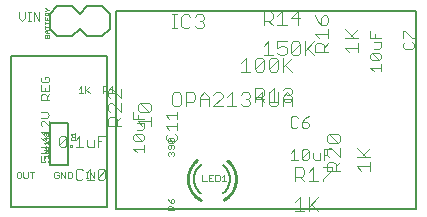
<source format=gto>
G75*
%MOIN*%
%OFA0B0*%
%FSLAX25Y25*%
%IPPOS*%
%LPD*%
%AMOC8*
5,1,8,0,0,1.08239X$1,22.5*
%
%ADD10C,0.00300*%
%ADD11C,0.00200*%
%ADD12C,0.00600*%
%ADD13C,0.01000*%
%ADD14C,0.00500*%
%ADD15C,0.00400*%
%ADD16C,0.00800*%
%ADD17C,0.00100*%
D10*
X0024638Y0015922D02*
X0025255Y0015305D01*
X0026489Y0015305D01*
X0027106Y0015922D01*
X0028321Y0015305D02*
X0030789Y0015305D01*
X0029555Y0015305D02*
X0029555Y0019008D01*
X0028321Y0017774D01*
X0027106Y0018391D02*
X0026489Y0019008D01*
X0025255Y0019008D01*
X0024638Y0018391D01*
X0024638Y0015922D01*
X0032004Y0015922D02*
X0034473Y0018391D01*
X0034473Y0015922D01*
X0033855Y0015305D01*
X0032621Y0015305D01*
X0032004Y0015922D01*
X0032004Y0018391D01*
X0032621Y0019008D01*
X0033855Y0019008D01*
X0034473Y0018391D01*
X0043767Y0025689D02*
X0045001Y0024454D01*
X0043767Y0025689D02*
X0047470Y0025689D01*
X0047470Y0026923D02*
X0047470Y0024454D01*
X0046852Y0028138D02*
X0044384Y0028138D01*
X0043767Y0028755D01*
X0043767Y0029989D01*
X0044384Y0030606D01*
X0046852Y0028138D01*
X0047470Y0028755D01*
X0047470Y0029989D01*
X0046852Y0030606D01*
X0044384Y0030606D01*
X0045001Y0031821D02*
X0046852Y0031821D01*
X0047470Y0032438D01*
X0047470Y0034289D01*
X0045001Y0034289D01*
X0045618Y0035504D02*
X0045618Y0036738D01*
X0043767Y0035504D02*
X0043767Y0037973D01*
X0043767Y0035504D02*
X0047470Y0035504D01*
X0054692Y0036738D02*
X0058395Y0036738D01*
X0058395Y0035504D02*
X0058395Y0037973D01*
X0055926Y0035504D02*
X0054692Y0036738D01*
X0058395Y0034289D02*
X0058395Y0031821D01*
X0057778Y0030606D02*
X0058395Y0029989D01*
X0058395Y0028755D01*
X0057778Y0028138D01*
X0055309Y0028138D01*
X0054692Y0028755D01*
X0054692Y0029989D01*
X0055309Y0030606D01*
X0055926Y0031821D02*
X0054692Y0033055D01*
X0058395Y0033055D01*
X0034473Y0029933D02*
X0032004Y0029933D01*
X0032004Y0026230D01*
X0030789Y0026230D02*
X0030789Y0028699D01*
X0032004Y0028082D02*
X0033238Y0028082D01*
X0030789Y0026230D02*
X0028938Y0026230D01*
X0028321Y0026848D01*
X0028321Y0028699D01*
X0025872Y0029933D02*
X0025872Y0026230D01*
X0024638Y0026230D02*
X0027106Y0026230D01*
X0023413Y0026230D02*
X0022796Y0026230D01*
X0022796Y0026848D01*
X0023413Y0026848D01*
X0023413Y0026230D01*
X0021582Y0026848D02*
X0020964Y0026230D01*
X0019730Y0026230D01*
X0019113Y0026848D01*
X0021582Y0029316D01*
X0021582Y0026848D01*
X0019113Y0026848D02*
X0019113Y0029316D01*
X0019730Y0029933D01*
X0020964Y0029933D01*
X0021582Y0029316D01*
X0024638Y0028699D02*
X0025872Y0029933D01*
X0012596Y0068250D02*
X0012596Y0071152D01*
X0010661Y0071152D02*
X0012596Y0068250D01*
X0010661Y0068250D02*
X0010661Y0071152D01*
X0009664Y0071152D02*
X0008697Y0071152D01*
X0009180Y0071152D02*
X0009180Y0068250D01*
X0008697Y0068250D02*
X0009664Y0068250D01*
X0007685Y0069217D02*
X0006717Y0068250D01*
X0005750Y0069217D01*
X0005750Y0071152D01*
X0007685Y0071152D02*
X0007685Y0069217D01*
X0096313Y0035781D02*
X0096313Y0033312D01*
X0096930Y0032695D01*
X0098165Y0032695D01*
X0098782Y0033312D01*
X0099996Y0033312D02*
X0100613Y0032695D01*
X0101848Y0032695D01*
X0102465Y0033312D01*
X0102465Y0033929D01*
X0101848Y0034546D01*
X0099996Y0034546D01*
X0099996Y0033312D01*
X0099996Y0034546D02*
X0101231Y0035781D01*
X0102465Y0036398D01*
X0098782Y0035781D02*
X0098165Y0036398D01*
X0096930Y0036398D01*
X0096313Y0035781D01*
X0097547Y0025473D02*
X0097547Y0021770D01*
X0096313Y0021770D02*
X0098782Y0021770D01*
X0099996Y0022387D02*
X0102465Y0024856D01*
X0102465Y0022387D01*
X0101848Y0021770D01*
X0100613Y0021770D01*
X0099996Y0022387D01*
X0099996Y0024856D01*
X0100613Y0025473D01*
X0101848Y0025473D01*
X0102465Y0024856D01*
X0103679Y0024238D02*
X0103679Y0022387D01*
X0104296Y0021770D01*
X0106148Y0021770D01*
X0106148Y0024238D01*
X0107362Y0023621D02*
X0108597Y0023621D01*
X0107362Y0021770D02*
X0107362Y0025473D01*
X0109831Y0025473D01*
X0097547Y0025473D02*
X0096313Y0024238D01*
X0124001Y0051454D02*
X0122767Y0052689D01*
X0126470Y0052689D01*
X0126470Y0053923D02*
X0126470Y0051454D01*
X0125852Y0055138D02*
X0123384Y0055138D01*
X0122767Y0055755D01*
X0122767Y0056989D01*
X0123384Y0057606D01*
X0125852Y0055138D01*
X0126470Y0055755D01*
X0126470Y0056989D01*
X0125852Y0057606D01*
X0123384Y0057606D01*
X0124001Y0058821D02*
X0125852Y0058821D01*
X0126470Y0059438D01*
X0126470Y0061289D01*
X0124001Y0061289D01*
X0124618Y0062504D02*
X0124618Y0063738D01*
X0122767Y0062504D02*
X0122767Y0064973D01*
X0122767Y0062504D02*
X0126470Y0062504D01*
X0133692Y0062504D02*
X0133692Y0064973D01*
X0134309Y0064973D01*
X0136778Y0062504D01*
X0137395Y0062504D01*
X0136778Y0061289D02*
X0137395Y0060672D01*
X0137395Y0059438D01*
X0136778Y0058821D01*
X0134309Y0058821D01*
X0133692Y0059438D01*
X0133692Y0060672D01*
X0134309Y0061289D01*
D11*
X0057500Y0028721D02*
X0057500Y0027987D01*
X0057133Y0027620D01*
X0055665Y0029088D01*
X0057133Y0029088D01*
X0057500Y0028721D01*
X0055665Y0029088D02*
X0055298Y0028721D01*
X0055298Y0027987D01*
X0055665Y0027620D01*
X0057133Y0027620D01*
X0057133Y0026878D02*
X0055665Y0026878D01*
X0055298Y0026511D01*
X0055298Y0025777D01*
X0055665Y0025410D01*
X0056032Y0025410D01*
X0056399Y0025777D01*
X0056399Y0026878D01*
X0057133Y0026878D02*
X0057500Y0026511D01*
X0057500Y0025777D01*
X0057133Y0025410D01*
X0057133Y0024668D02*
X0056766Y0024668D01*
X0056399Y0024301D01*
X0056399Y0023934D01*
X0056399Y0024301D02*
X0056032Y0024668D01*
X0055665Y0024668D01*
X0055298Y0024301D01*
X0055298Y0023567D01*
X0055665Y0023200D01*
X0057133Y0023200D02*
X0057500Y0023567D01*
X0057500Y0024301D01*
X0057133Y0024668D01*
X0066860Y0017002D02*
X0066860Y0014800D01*
X0068328Y0014800D01*
X0069070Y0014800D02*
X0070538Y0014800D01*
X0071280Y0014800D02*
X0072381Y0014800D01*
X0072748Y0015167D01*
X0072748Y0016635D01*
X0072381Y0017002D01*
X0071280Y0017002D01*
X0071280Y0014800D01*
X0069804Y0015901D02*
X0069070Y0015901D01*
X0069070Y0017002D02*
X0069070Y0014800D01*
X0069070Y0017002D02*
X0070538Y0017002D01*
X0073490Y0016268D02*
X0074224Y0017002D01*
X0074224Y0014800D01*
X0073490Y0014800D02*
X0074958Y0014800D01*
X0057500Y0008511D02*
X0057500Y0007777D01*
X0057133Y0007410D01*
X0056399Y0007410D01*
X0056399Y0008511D01*
X0056766Y0008878D01*
X0057133Y0008878D01*
X0057500Y0008511D01*
X0056399Y0007410D02*
X0055665Y0008144D01*
X0055298Y0008878D01*
X0055665Y0006668D02*
X0055298Y0006301D01*
X0055298Y0005200D01*
X0057500Y0005200D01*
X0056766Y0005200D02*
X0056766Y0006301D01*
X0056399Y0006668D01*
X0055665Y0006668D01*
X0056766Y0005934D02*
X0057500Y0006668D01*
X0030958Y0015800D02*
X0030958Y0018002D01*
X0029490Y0018002D02*
X0030958Y0015800D01*
X0029490Y0015800D02*
X0029490Y0018002D01*
X0028751Y0018002D02*
X0028017Y0018002D01*
X0028384Y0018002D02*
X0028384Y0015800D01*
X0028017Y0015800D02*
X0028751Y0015800D01*
X0023458Y0016167D02*
X0023458Y0017635D01*
X0023091Y0018002D01*
X0021990Y0018002D01*
X0021990Y0015800D01*
X0023091Y0015800D01*
X0023458Y0016167D01*
X0021248Y0015800D02*
X0021248Y0018002D01*
X0019780Y0018002D02*
X0021248Y0015800D01*
X0019780Y0015800D02*
X0019780Y0018002D01*
X0019038Y0017635D02*
X0018671Y0018002D01*
X0017937Y0018002D01*
X0017570Y0017635D01*
X0017570Y0016167D01*
X0017937Y0015800D01*
X0018671Y0015800D01*
X0019038Y0016167D01*
X0019038Y0016901D01*
X0018304Y0016901D01*
X0010958Y0018002D02*
X0009490Y0018002D01*
X0010224Y0018002D02*
X0010224Y0015800D01*
X0008748Y0016167D02*
X0008748Y0018002D01*
X0007280Y0018002D02*
X0007280Y0016167D01*
X0007647Y0015800D01*
X0008381Y0015800D01*
X0008748Y0016167D01*
X0006538Y0016167D02*
X0006538Y0017635D01*
X0006171Y0018002D01*
X0005437Y0018002D01*
X0005070Y0017635D01*
X0005070Y0016167D01*
X0005437Y0015800D01*
X0006171Y0015800D01*
X0006538Y0016167D01*
X0025700Y0044200D02*
X0027168Y0044200D01*
X0026434Y0044200D02*
X0026434Y0046402D01*
X0025700Y0045668D01*
X0027910Y0046402D02*
X0027910Y0044200D01*
X0027910Y0044934D02*
X0029378Y0046402D01*
X0028277Y0045301D02*
X0029378Y0044200D01*
X0033700Y0044200D02*
X0033700Y0046402D01*
X0034801Y0046402D01*
X0035168Y0046035D01*
X0035168Y0045301D01*
X0034801Y0044934D01*
X0033700Y0044934D01*
X0034434Y0044934D02*
X0035168Y0044200D01*
X0035910Y0044200D02*
X0037378Y0044200D01*
X0036644Y0044200D02*
X0036644Y0046402D01*
X0035910Y0045668D01*
X0015800Y0062687D02*
X0014399Y0062687D01*
X0014399Y0063388D01*
X0014632Y0063621D01*
X0014866Y0063621D01*
X0015099Y0063388D01*
X0015099Y0062687D01*
X0015099Y0063388D02*
X0015333Y0063621D01*
X0015566Y0063621D01*
X0015800Y0063388D01*
X0015800Y0062687D01*
X0015800Y0064160D02*
X0014866Y0064160D01*
X0014399Y0064628D01*
X0014866Y0065095D01*
X0015800Y0065095D01*
X0015099Y0065095D02*
X0015099Y0064160D01*
X0014399Y0065634D02*
X0014399Y0066568D01*
X0014399Y0066101D02*
X0015800Y0066101D01*
X0014399Y0067107D02*
X0014399Y0068041D01*
X0014399Y0067574D02*
X0015800Y0067574D01*
X0015800Y0068580D02*
X0014399Y0068580D01*
X0014399Y0069514D01*
X0014399Y0070053D02*
X0014399Y0070754D01*
X0014632Y0070988D01*
X0015099Y0070988D01*
X0015333Y0070754D01*
X0015333Y0070053D01*
X0015800Y0070053D02*
X0014399Y0070053D01*
X0015333Y0070521D02*
X0015800Y0070988D01*
X0015800Y0071994D02*
X0015099Y0071994D01*
X0014632Y0072461D01*
X0014399Y0072461D01*
X0015099Y0071994D02*
X0014632Y0071527D01*
X0014399Y0071527D01*
X0015800Y0069514D02*
X0015800Y0068580D01*
X0015099Y0068580D02*
X0015099Y0069047D01*
D12*
X0076100Y0015600D02*
X0076098Y0015448D01*
X0076092Y0015297D01*
X0076083Y0015146D01*
X0076069Y0014994D01*
X0076052Y0014844D01*
X0076031Y0014694D01*
X0076006Y0014544D01*
X0075978Y0014395D01*
X0075945Y0014247D01*
X0075909Y0014100D01*
X0075870Y0013953D01*
X0075826Y0013808D01*
X0075779Y0013664D01*
X0075728Y0013521D01*
X0075674Y0013380D01*
X0075616Y0013239D01*
X0075555Y0013101D01*
X0075490Y0012964D01*
X0075421Y0012828D01*
X0075350Y0012695D01*
X0075275Y0012563D01*
X0075196Y0012433D01*
X0075115Y0012306D01*
X0075030Y0012180D01*
X0074942Y0012056D01*
X0074851Y0011935D01*
X0074757Y0011816D01*
X0074659Y0011700D01*
X0074559Y0011586D01*
X0074457Y0011474D01*
X0074351Y0011366D01*
X0074243Y0011260D01*
X0074132Y0011156D01*
X0074018Y0011056D01*
X0073902Y0010958D01*
X0073783Y0010864D01*
X0064100Y0015600D02*
X0064102Y0015754D01*
X0064108Y0015908D01*
X0064118Y0016062D01*
X0064132Y0016216D01*
X0064149Y0016369D01*
X0064171Y0016521D01*
X0064197Y0016673D01*
X0064226Y0016825D01*
X0064260Y0016975D01*
X0064297Y0017125D01*
X0064338Y0017273D01*
X0064383Y0017421D01*
X0064432Y0017567D01*
X0064484Y0017712D01*
X0064540Y0017855D01*
X0064600Y0017998D01*
X0064663Y0018138D01*
X0064730Y0018277D01*
X0064801Y0018414D01*
X0064875Y0018549D01*
X0064952Y0018682D01*
X0065033Y0018814D01*
X0065117Y0018943D01*
X0065205Y0019070D01*
X0065296Y0019194D01*
X0065389Y0019316D01*
X0065487Y0019436D01*
X0065587Y0019553D01*
X0065690Y0019668D01*
X0065796Y0019780D01*
X0065904Y0019889D01*
X0066016Y0019995D01*
X0066130Y0020099D01*
X0066247Y0020199D01*
X0066366Y0020297D01*
X0066488Y0020391D01*
X0066613Y0020482D01*
X0064100Y0015600D02*
X0064102Y0015450D01*
X0064108Y0015299D01*
X0064117Y0015149D01*
X0064130Y0015000D01*
X0064147Y0014850D01*
X0064168Y0014701D01*
X0064192Y0014553D01*
X0064220Y0014405D01*
X0064252Y0014258D01*
X0064287Y0014112D01*
X0064327Y0013967D01*
X0064369Y0013823D01*
X0064416Y0013680D01*
X0064466Y0013538D01*
X0064519Y0013397D01*
X0064576Y0013258D01*
X0064636Y0013120D01*
X0064700Y0012984D01*
X0064767Y0012850D01*
X0064838Y0012717D01*
X0064912Y0012586D01*
X0064989Y0012457D01*
X0065070Y0012330D01*
X0065153Y0012205D01*
X0065240Y0012082D01*
X0065329Y0011961D01*
X0065422Y0011843D01*
X0065518Y0011727D01*
X0065616Y0011613D01*
X0065717Y0011502D01*
X0065822Y0011393D01*
X0065928Y0011288D01*
X0066038Y0011184D01*
X0066150Y0011084D01*
X0066264Y0010986D01*
X0066381Y0010892D01*
X0066500Y0010800D01*
X0076100Y0015600D02*
X0076098Y0015752D01*
X0076092Y0015903D01*
X0076083Y0016054D01*
X0076069Y0016206D01*
X0076052Y0016356D01*
X0076031Y0016506D01*
X0076006Y0016656D01*
X0075978Y0016805D01*
X0075945Y0016953D01*
X0075909Y0017100D01*
X0075870Y0017247D01*
X0075826Y0017392D01*
X0075779Y0017536D01*
X0075728Y0017679D01*
X0075674Y0017820D01*
X0075616Y0017961D01*
X0075555Y0018099D01*
X0075490Y0018236D01*
X0075421Y0018372D01*
X0075350Y0018505D01*
X0075275Y0018637D01*
X0075196Y0018767D01*
X0075115Y0018894D01*
X0075030Y0019020D01*
X0074942Y0019144D01*
X0074851Y0019265D01*
X0074757Y0019384D01*
X0074659Y0019500D01*
X0074559Y0019614D01*
X0074457Y0019726D01*
X0074351Y0019834D01*
X0074243Y0019940D01*
X0074132Y0020044D01*
X0074018Y0020144D01*
X0073902Y0020242D01*
X0073783Y0020336D01*
D13*
X0062100Y0015600D02*
X0062102Y0015408D01*
X0062109Y0015216D01*
X0062121Y0015024D01*
X0062137Y0014832D01*
X0062158Y0014641D01*
X0062183Y0014451D01*
X0062213Y0014261D01*
X0062247Y0014072D01*
X0062286Y0013884D01*
X0062330Y0013697D01*
X0062378Y0013511D01*
X0062430Y0013326D01*
X0062487Y0013142D01*
X0062548Y0012960D01*
X0062614Y0012780D01*
X0062684Y0012601D01*
X0062758Y0012423D01*
X0062836Y0012248D01*
X0062919Y0012074D01*
X0063006Y0011903D01*
X0063096Y0011734D01*
X0063191Y0011567D01*
X0063290Y0011402D01*
X0063393Y0011239D01*
X0063500Y0011080D01*
X0063610Y0010922D01*
X0063724Y0010768D01*
X0063842Y0010616D01*
X0063964Y0010467D01*
X0064089Y0010321D01*
X0064217Y0010179D01*
X0064349Y0010039D01*
X0064484Y0009902D01*
X0064623Y0009769D01*
X0064764Y0009639D01*
X0064909Y0009513D01*
X0065057Y0009390D01*
X0065207Y0009271D01*
X0065361Y0009155D01*
X0065517Y0009043D01*
X0065676Y0008935D01*
X0065837Y0008830D01*
X0066001Y0008730D01*
X0066167Y0008634D01*
X0066335Y0008541D01*
X0074069Y0008654D02*
X0074238Y0008753D01*
X0074404Y0008857D01*
X0074568Y0008964D01*
X0074729Y0009075D01*
X0074887Y0009190D01*
X0075042Y0009309D01*
X0075195Y0009432D01*
X0075344Y0009558D01*
X0075490Y0009688D01*
X0075633Y0009822D01*
X0075773Y0009959D01*
X0075909Y0010099D01*
X0076042Y0010243D01*
X0076171Y0010390D01*
X0076297Y0010540D01*
X0076418Y0010693D01*
X0076537Y0010849D01*
X0076651Y0011008D01*
X0076761Y0011169D01*
X0076867Y0011334D01*
X0076970Y0011500D01*
X0077068Y0011670D01*
X0077162Y0011841D01*
X0077252Y0012015D01*
X0077337Y0012191D01*
X0077419Y0012369D01*
X0077495Y0012549D01*
X0077568Y0012731D01*
X0077636Y0012914D01*
X0077699Y0013099D01*
X0077758Y0013286D01*
X0077812Y0013474D01*
X0077862Y0013663D01*
X0077907Y0013853D01*
X0077947Y0014045D01*
X0077983Y0014237D01*
X0078014Y0014430D01*
X0078040Y0014624D01*
X0078062Y0014819D01*
X0078078Y0015014D01*
X0078090Y0015209D01*
X0078098Y0015405D01*
X0078100Y0015600D01*
X0078098Y0015793D01*
X0078091Y0015986D01*
X0078079Y0016178D01*
X0078063Y0016371D01*
X0078042Y0016563D01*
X0078016Y0016754D01*
X0077986Y0016944D01*
X0077951Y0017134D01*
X0077912Y0017323D01*
X0077868Y0017511D01*
X0077820Y0017698D01*
X0077767Y0017884D01*
X0077710Y0018068D01*
X0077648Y0018251D01*
X0077582Y0018432D01*
X0077511Y0018612D01*
X0077437Y0018790D01*
X0077358Y0018966D01*
X0077274Y0019140D01*
X0077187Y0019312D01*
X0077095Y0019482D01*
X0076999Y0019649D01*
X0076900Y0019815D01*
X0076796Y0019978D01*
X0076689Y0020138D01*
X0076577Y0020295D01*
X0076462Y0020450D01*
X0076343Y0020602D01*
X0076221Y0020751D01*
X0076095Y0020898D01*
X0075965Y0021041D01*
X0075832Y0021181D01*
X0075696Y0021317D01*
X0075556Y0021451D01*
X0075414Y0021580D01*
X0075268Y0021707D01*
X0064978Y0021746D02*
X0064830Y0021619D01*
X0064685Y0021489D01*
X0064544Y0021356D01*
X0064405Y0021219D01*
X0064270Y0021079D01*
X0064139Y0020935D01*
X0064011Y0020788D01*
X0063886Y0020639D01*
X0063765Y0020486D01*
X0063648Y0020331D01*
X0063535Y0020172D01*
X0063426Y0020011D01*
X0063321Y0019847D01*
X0063219Y0019681D01*
X0063122Y0019512D01*
X0063029Y0019342D01*
X0062940Y0019168D01*
X0062855Y0018993D01*
X0062775Y0018816D01*
X0062699Y0018637D01*
X0062627Y0018456D01*
X0062560Y0018273D01*
X0062497Y0018089D01*
X0062439Y0017903D01*
X0062385Y0017716D01*
X0062336Y0017528D01*
X0062291Y0017338D01*
X0062251Y0017148D01*
X0062216Y0016956D01*
X0062185Y0016764D01*
X0062159Y0016571D01*
X0062138Y0016377D01*
X0062121Y0016183D01*
X0062109Y0015989D01*
X0062102Y0015795D01*
X0062100Y0015600D01*
D14*
X0003100Y0006100D02*
X0003100Y0056600D01*
X0035100Y0056600D01*
X0035100Y0006100D01*
X0003100Y0006100D01*
X0016100Y0020100D02*
X0016100Y0034100D01*
X0022100Y0034100D01*
X0022100Y0020100D01*
X0016100Y0020100D01*
X0038100Y0005600D02*
X0138100Y0005600D01*
X0138100Y0071600D01*
X0038100Y0071600D01*
X0038100Y0005600D01*
D15*
X0015900Y0021767D02*
X0015433Y0021300D01*
X0015900Y0021767D02*
X0015900Y0022701D01*
X0015433Y0023168D01*
X0014499Y0023168D01*
X0014032Y0022701D01*
X0014032Y0022234D01*
X0014499Y0021300D01*
X0013098Y0021300D01*
X0013098Y0023168D01*
X0013098Y0024247D02*
X0014966Y0024247D01*
X0015900Y0025181D01*
X0014966Y0026115D01*
X0013098Y0026115D01*
X0013098Y0029061D02*
X0015900Y0027193D01*
X0015900Y0030140D02*
X0015900Y0032008D01*
X0015900Y0033086D02*
X0014032Y0034954D01*
X0013565Y0034954D01*
X0013098Y0034487D01*
X0013098Y0033553D01*
X0013565Y0033086D01*
X0015900Y0033086D02*
X0015900Y0034954D01*
X0014966Y0036033D02*
X0015900Y0036967D01*
X0014966Y0037901D01*
X0013098Y0037901D01*
X0013098Y0036033D02*
X0014966Y0036033D01*
X0015900Y0031074D02*
X0013098Y0031074D01*
X0014032Y0030140D01*
X0035296Y0033300D02*
X0035296Y0035602D01*
X0036063Y0036369D01*
X0037598Y0036369D01*
X0038365Y0035602D01*
X0038365Y0033300D01*
X0039900Y0033300D02*
X0035296Y0033300D01*
X0038365Y0034835D02*
X0039900Y0036369D01*
X0039900Y0037904D02*
X0036831Y0040973D01*
X0036063Y0040973D01*
X0035296Y0040206D01*
X0035296Y0038671D01*
X0036063Y0037904D01*
X0039900Y0037904D02*
X0039900Y0040973D01*
X0039900Y0042508D02*
X0036831Y0045577D01*
X0036063Y0045577D01*
X0035296Y0044810D01*
X0035296Y0043275D01*
X0036063Y0042508D01*
X0039900Y0042508D02*
X0039900Y0045577D01*
X0045296Y0040206D02*
X0046063Y0040973D01*
X0049133Y0037904D01*
X0049900Y0038671D01*
X0049900Y0040206D01*
X0049133Y0040973D01*
X0046063Y0040973D01*
X0045296Y0040206D02*
X0045296Y0038671D01*
X0046063Y0037904D01*
X0049133Y0037904D01*
X0049900Y0036369D02*
X0049900Y0033300D01*
X0049900Y0034835D02*
X0045296Y0034835D01*
X0046831Y0033300D01*
X0056800Y0040567D02*
X0057567Y0039800D01*
X0059102Y0039800D01*
X0059869Y0040567D01*
X0059869Y0043637D01*
X0059102Y0044404D01*
X0057567Y0044404D01*
X0056800Y0043637D01*
X0056800Y0040567D01*
X0061404Y0039800D02*
X0061404Y0044404D01*
X0063706Y0044404D01*
X0064473Y0043637D01*
X0064473Y0042102D01*
X0063706Y0041335D01*
X0061404Y0041335D01*
X0066008Y0042102D02*
X0069077Y0042102D01*
X0069077Y0042869D02*
X0069077Y0039800D01*
X0070612Y0039800D02*
X0073681Y0042869D01*
X0073681Y0043637D01*
X0072914Y0044404D01*
X0071379Y0044404D01*
X0070612Y0043637D01*
X0069077Y0042869D02*
X0067542Y0044404D01*
X0066008Y0042869D01*
X0066008Y0039800D01*
X0070612Y0039800D02*
X0073681Y0039800D01*
X0075216Y0039800D02*
X0078285Y0039800D01*
X0076750Y0039800D02*
X0076750Y0044404D01*
X0075216Y0042869D01*
X0079820Y0043637D02*
X0080587Y0044404D01*
X0082122Y0044404D01*
X0082889Y0043637D01*
X0082889Y0042869D01*
X0082122Y0042102D01*
X0082889Y0041335D01*
X0082889Y0040567D01*
X0082122Y0039800D01*
X0080587Y0039800D01*
X0079820Y0040567D01*
X0081354Y0042102D02*
X0082122Y0042102D01*
X0084424Y0042102D02*
X0087493Y0042102D01*
X0087557Y0041300D02*
X0086023Y0042835D01*
X0086790Y0042835D02*
X0087557Y0043602D01*
X0087557Y0045137D01*
X0086790Y0045904D01*
X0084488Y0045904D01*
X0084488Y0041300D01*
X0084424Y0042102D02*
X0086726Y0044404D01*
X0086726Y0039800D01*
X0089027Y0040567D02*
X0089795Y0039800D01*
X0091329Y0039800D01*
X0092097Y0040567D01*
X0092097Y0044404D01*
X0093696Y0045137D02*
X0094463Y0045904D01*
X0095998Y0045904D01*
X0096765Y0045137D01*
X0096765Y0044369D01*
X0095998Y0043602D01*
X0096765Y0042835D01*
X0096765Y0042067D01*
X0095998Y0041300D01*
X0094463Y0041300D01*
X0093696Y0042067D01*
X0093631Y0042102D02*
X0096701Y0042102D01*
X0096701Y0042869D02*
X0096701Y0039800D01*
X0093631Y0039800D02*
X0093631Y0042869D01*
X0095166Y0044404D01*
X0096701Y0042869D01*
X0095998Y0043602D02*
X0095231Y0043602D01*
X0092161Y0041300D02*
X0089092Y0041300D01*
X0089027Y0040567D02*
X0089027Y0044404D01*
X0089092Y0044369D02*
X0090627Y0045904D01*
X0090627Y0041300D01*
X0086790Y0042835D02*
X0084488Y0042835D01*
X0085255Y0051300D02*
X0084488Y0052067D01*
X0087557Y0055137D01*
X0087557Y0052067D01*
X0086790Y0051300D01*
X0085255Y0051300D01*
X0084488Y0052067D02*
X0084488Y0055137D01*
X0085255Y0055904D01*
X0086790Y0055904D01*
X0087557Y0055137D01*
X0089092Y0055137D02*
X0089859Y0055904D01*
X0091394Y0055904D01*
X0092161Y0055137D01*
X0089092Y0052067D01*
X0089859Y0051300D01*
X0091394Y0051300D01*
X0092161Y0052067D01*
X0092161Y0055137D01*
X0093696Y0055904D02*
X0093696Y0051300D01*
X0093696Y0052835D02*
X0096765Y0055904D01*
X0097275Y0056800D02*
X0096508Y0057567D01*
X0099577Y0060637D01*
X0099577Y0057567D01*
X0098810Y0056800D01*
X0097275Y0056800D01*
X0096508Y0057567D02*
X0096508Y0060637D01*
X0097275Y0061404D01*
X0098810Y0061404D01*
X0099577Y0060637D01*
X0101112Y0061404D02*
X0101112Y0056800D01*
X0101112Y0058335D02*
X0104181Y0061404D01*
X0105063Y0060869D02*
X0104296Y0060102D01*
X0104296Y0057800D01*
X0108900Y0057800D01*
X0107365Y0057800D02*
X0107365Y0060102D01*
X0106598Y0060869D01*
X0105063Y0060869D01*
X0105831Y0062404D02*
X0104296Y0063939D01*
X0108900Y0063939D01*
X0108900Y0065473D02*
X0108900Y0062404D01*
X0108900Y0060869D02*
X0107365Y0059335D01*
X0104181Y0056800D02*
X0101879Y0059102D01*
X0094973Y0059102D02*
X0094973Y0057567D01*
X0094206Y0056800D01*
X0092671Y0056800D01*
X0091904Y0057567D01*
X0090369Y0056800D02*
X0087300Y0056800D01*
X0088835Y0056800D02*
X0088835Y0061404D01*
X0087300Y0059869D01*
X0091904Y0059102D02*
X0093439Y0059869D01*
X0094206Y0059869D01*
X0094973Y0059102D01*
X0094973Y0061404D02*
X0091904Y0061404D01*
X0091904Y0059102D01*
X0089092Y0055137D02*
X0089092Y0052067D01*
X0094463Y0053602D02*
X0096765Y0051300D01*
X0082954Y0051300D02*
X0079884Y0051300D01*
X0081419Y0051300D02*
X0081419Y0055904D01*
X0079884Y0054369D01*
X0067542Y0066567D02*
X0066775Y0065800D01*
X0065241Y0065800D01*
X0064473Y0066567D01*
X0062939Y0066567D02*
X0062171Y0065800D01*
X0060637Y0065800D01*
X0059869Y0066567D01*
X0059869Y0069637D01*
X0060637Y0070404D01*
X0062171Y0070404D01*
X0062939Y0069637D01*
X0064473Y0069637D02*
X0065241Y0070404D01*
X0066775Y0070404D01*
X0067542Y0069637D01*
X0067542Y0068869D01*
X0066775Y0068102D01*
X0067542Y0067335D01*
X0067542Y0066567D01*
X0066775Y0068102D02*
X0066008Y0068102D01*
X0058335Y0070404D02*
X0056800Y0070404D01*
X0057567Y0070404D02*
X0057567Y0065800D01*
X0056800Y0065800D02*
X0058335Y0065800D01*
X0087300Y0066800D02*
X0087300Y0071404D01*
X0089602Y0071404D01*
X0090369Y0070637D01*
X0090369Y0069102D01*
X0089602Y0068335D01*
X0087300Y0068335D01*
X0088835Y0068335D02*
X0090369Y0066800D01*
X0091904Y0066800D02*
X0094973Y0066800D01*
X0093439Y0066800D02*
X0093439Y0071404D01*
X0091904Y0069869D01*
X0096508Y0069102D02*
X0099577Y0069102D01*
X0098810Y0071404D02*
X0096508Y0069102D01*
X0098810Y0066800D02*
X0098810Y0071404D01*
X0104296Y0070077D02*
X0105063Y0068542D01*
X0106598Y0067008D01*
X0106598Y0069310D01*
X0107365Y0070077D01*
X0108133Y0070077D01*
X0108900Y0069310D01*
X0108900Y0067775D01*
X0108133Y0067008D01*
X0106598Y0067008D01*
X0114296Y0065473D02*
X0117365Y0062404D01*
X0116598Y0063171D02*
X0118900Y0065473D01*
X0118900Y0062404D02*
X0114296Y0062404D01*
X0118900Y0060869D02*
X0118900Y0057800D01*
X0118900Y0059335D02*
X0114296Y0059335D01*
X0115831Y0057800D01*
X0112133Y0030577D02*
X0109063Y0030577D01*
X0112133Y0027508D01*
X0112900Y0028275D01*
X0112900Y0029810D01*
X0112133Y0030577D01*
X0109063Y0030577D02*
X0108296Y0029810D01*
X0108296Y0028275D01*
X0109063Y0027508D01*
X0112133Y0027508D01*
X0112900Y0025973D02*
X0112900Y0022904D01*
X0109831Y0025973D01*
X0109063Y0025973D01*
X0108296Y0025206D01*
X0108296Y0023671D01*
X0109063Y0022904D01*
X0109063Y0021369D02*
X0110598Y0021369D01*
X0111365Y0020602D01*
X0111365Y0018300D01*
X0110077Y0018637D02*
X0107008Y0015567D01*
X0107008Y0014800D01*
X0105473Y0014800D02*
X0102404Y0014800D01*
X0103939Y0014800D02*
X0103939Y0019404D01*
X0102404Y0017869D01*
X0100869Y0017102D02*
X0100102Y0016335D01*
X0097800Y0016335D01*
X0099335Y0016335D02*
X0100869Y0014800D01*
X0097800Y0014800D02*
X0097800Y0019404D01*
X0100102Y0019404D01*
X0100869Y0018637D01*
X0100869Y0017102D01*
X0107008Y0019404D02*
X0110077Y0019404D01*
X0110077Y0018637D01*
X0111365Y0019835D02*
X0112900Y0021369D01*
X0109063Y0021369D02*
X0108296Y0020602D01*
X0108296Y0018300D01*
X0112900Y0018300D01*
X0118296Y0019835D02*
X0122900Y0019835D01*
X0122900Y0021369D02*
X0122900Y0018300D01*
X0119831Y0018300D02*
X0118296Y0019835D01*
X0118296Y0022904D02*
X0122900Y0022904D01*
X0121365Y0022904D02*
X0118296Y0025973D01*
X0120598Y0023671D02*
X0122900Y0025973D01*
X0105473Y0009404D02*
X0102404Y0006335D01*
X0103171Y0007102D02*
X0105473Y0004800D01*
X0102404Y0004800D02*
X0102404Y0009404D01*
X0099335Y0009404D02*
X0099335Y0004800D01*
X0100869Y0004800D02*
X0097800Y0004800D01*
X0097800Y0007869D02*
X0099335Y0009404D01*
X0015900Y0041926D02*
X0013098Y0041926D01*
X0013098Y0043327D01*
X0013565Y0043794D01*
X0014499Y0043794D01*
X0014966Y0043327D01*
X0014966Y0041926D01*
X0014966Y0042860D02*
X0015900Y0043794D01*
X0015900Y0044872D02*
X0015900Y0046740D01*
X0015433Y0047819D02*
X0015900Y0048286D01*
X0015900Y0049220D01*
X0015433Y0049687D01*
X0014499Y0049687D01*
X0014499Y0048753D01*
X0013565Y0049687D02*
X0013098Y0049220D01*
X0013098Y0048286D01*
X0013565Y0047819D01*
X0015433Y0047819D01*
X0013098Y0046740D02*
X0013098Y0044872D01*
X0015900Y0044872D01*
X0014499Y0044872D02*
X0014499Y0045806D01*
D16*
X0018600Y0063100D02*
X0023600Y0063100D01*
X0026100Y0065600D01*
X0028600Y0063100D01*
X0033600Y0063100D01*
X0036100Y0065600D01*
X0036100Y0070600D01*
X0033600Y0073100D01*
X0028600Y0073100D01*
X0026100Y0070600D01*
X0023600Y0073100D01*
X0018600Y0073100D01*
X0016100Y0070600D01*
X0016100Y0065600D01*
X0018600Y0063100D01*
D17*
X0015345Y0031008D02*
X0015595Y0030758D01*
X0015595Y0030258D01*
X0015345Y0030007D01*
X0015094Y0030007D01*
X0014844Y0030258D01*
X0014844Y0030758D01*
X0015094Y0031008D01*
X0015345Y0031008D01*
X0014844Y0030758D02*
X0014594Y0031008D01*
X0014344Y0031008D01*
X0014094Y0030758D01*
X0014094Y0030258D01*
X0014344Y0030007D01*
X0014594Y0030007D01*
X0014844Y0030258D01*
X0014844Y0029535D02*
X0014844Y0028534D01*
X0014094Y0029285D01*
X0015595Y0029285D01*
X0015595Y0028062D02*
X0015595Y0027061D01*
X0015595Y0027561D02*
X0014094Y0027561D01*
X0014594Y0027061D01*
X0014844Y0026589D02*
X0014844Y0025588D01*
X0014094Y0026338D01*
X0015595Y0026338D01*
X0015595Y0025115D02*
X0014094Y0025115D01*
X0014094Y0024114D02*
X0015595Y0025115D01*
X0015595Y0024114D02*
X0014094Y0024114D01*
X0014094Y0023142D02*
X0015595Y0023142D01*
X0015595Y0023642D02*
X0015595Y0022641D01*
X0014594Y0022641D02*
X0014094Y0023142D01*
X0023086Y0028534D02*
X0023086Y0029285D01*
X0023336Y0029535D01*
X0024337Y0029535D01*
X0024587Y0029285D01*
X0024587Y0028534D01*
X0023086Y0028534D01*
X0023586Y0030007D02*
X0023086Y0030508D01*
X0024587Y0030508D01*
X0024587Y0031008D02*
X0024587Y0030007D01*
M02*

</source>
